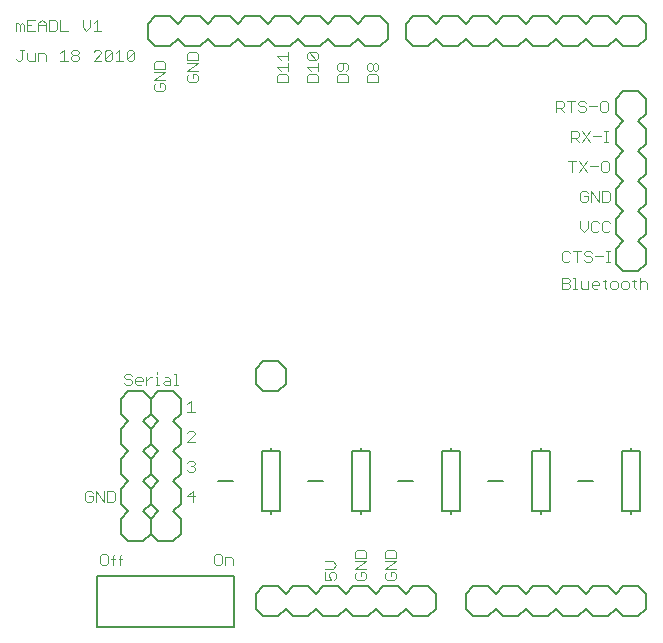
<source format=gto>
G75*
G70*
%OFA0B0*%
%FSLAX24Y24*%
%IPPOS*%
%LPD*%
%AMOC8*
5,1,8,0,0,1.08239X$1,22.5*
%
%ADD10C,0.0030*%
%ADD11C,0.0080*%
%ADD12C,0.0050*%
D10*
X009020Y005213D02*
X009081Y005152D01*
X009205Y005152D01*
X009266Y005213D01*
X009266Y005337D01*
X009143Y005337D01*
X009020Y005460D02*
X009020Y005213D01*
X009020Y005460D02*
X009081Y005522D01*
X009205Y005522D01*
X009266Y005460D01*
X009388Y005522D02*
X009635Y005152D01*
X009635Y005522D01*
X009756Y005522D02*
X009941Y005522D01*
X010003Y005460D01*
X010003Y005213D01*
X009941Y005152D01*
X009756Y005152D01*
X009756Y005522D01*
X009388Y005522D02*
X009388Y005152D01*
X009581Y003422D02*
X009520Y003360D01*
X009520Y003113D01*
X009581Y003052D01*
X009705Y003052D01*
X009766Y003113D01*
X009766Y003360D01*
X009705Y003422D01*
X009581Y003422D01*
X009888Y003237D02*
X010011Y003237D01*
X010133Y003237D02*
X010257Y003237D01*
X010195Y003360D02*
X010195Y003052D01*
X009950Y003052D02*
X009950Y003360D01*
X010011Y003422D01*
X010195Y003360D02*
X010257Y003422D01*
X012420Y005337D02*
X012666Y005337D01*
X012605Y005522D02*
X012420Y005337D01*
X012605Y005152D02*
X012605Y005522D01*
X012605Y006152D02*
X012481Y006152D01*
X012420Y006213D01*
X012543Y006337D02*
X012605Y006337D01*
X012666Y006275D01*
X012666Y006213D01*
X012605Y006152D01*
X012605Y006337D02*
X012666Y006398D01*
X012666Y006460D01*
X012605Y006522D01*
X012481Y006522D01*
X012420Y006460D01*
X012420Y007152D02*
X012666Y007398D01*
X012666Y007460D01*
X012605Y007522D01*
X012481Y007522D01*
X012420Y007460D01*
X012420Y007152D02*
X012666Y007152D01*
X012666Y008152D02*
X012420Y008152D01*
X012543Y008152D02*
X012543Y008522D01*
X012420Y008398D01*
X012100Y009052D02*
X011977Y009052D01*
X012039Y009052D02*
X012039Y009422D01*
X011977Y009422D01*
X011794Y009298D02*
X011670Y009298D01*
X011670Y009175D02*
X011855Y009175D01*
X011855Y009237D02*
X011855Y009052D01*
X011670Y009052D01*
X011609Y009113D01*
X011670Y009175D01*
X011794Y009298D02*
X011855Y009237D01*
X011486Y009052D02*
X011363Y009052D01*
X011425Y009052D02*
X011425Y009298D01*
X011363Y009298D01*
X011241Y009298D02*
X011180Y009298D01*
X011056Y009175D01*
X010935Y009175D02*
X010688Y009175D01*
X010688Y009237D02*
X010750Y009298D01*
X010873Y009298D01*
X010935Y009237D01*
X010935Y009175D01*
X010873Y009052D02*
X010750Y009052D01*
X010688Y009113D01*
X010688Y009237D01*
X010566Y009175D02*
X010566Y009113D01*
X010505Y009052D01*
X010381Y009052D01*
X010320Y009113D01*
X010381Y009237D02*
X010320Y009298D01*
X010320Y009360D01*
X010381Y009422D01*
X010505Y009422D01*
X010566Y009360D01*
X010505Y009237D02*
X010566Y009175D01*
X010505Y009237D02*
X010381Y009237D01*
X011056Y009298D02*
X011056Y009052D01*
X011425Y009422D02*
X011425Y009484D01*
X013381Y003422D02*
X013320Y003360D01*
X013320Y003113D01*
X013381Y003052D01*
X013505Y003052D01*
X013566Y003113D01*
X013566Y003360D01*
X013505Y003422D01*
X013381Y003422D01*
X013688Y003298D02*
X013873Y003298D01*
X013935Y003237D01*
X013935Y003052D01*
X013688Y003052D02*
X013688Y003298D01*
X017019Y003167D02*
X017266Y003167D01*
X017390Y003043D01*
X017266Y002920D01*
X017019Y002920D01*
X017019Y002798D02*
X017019Y002552D01*
X017204Y002552D01*
X017143Y002675D01*
X017143Y002737D01*
X017204Y002798D01*
X017328Y002798D01*
X017390Y002737D01*
X017390Y002613D01*
X017328Y002552D01*
X018019Y002613D02*
X018081Y002552D01*
X018328Y002552D01*
X018390Y002613D01*
X018390Y002737D01*
X018328Y002798D01*
X018204Y002798D01*
X018204Y002675D01*
X018081Y002798D02*
X018019Y002737D01*
X018019Y002613D01*
X018019Y002920D02*
X018390Y003167D01*
X018019Y003167D01*
X018019Y003288D02*
X018019Y003473D01*
X018081Y003535D01*
X018328Y003535D01*
X018390Y003473D01*
X018390Y003288D01*
X018019Y003288D01*
X018019Y002920D02*
X018390Y002920D01*
X019019Y002920D02*
X019390Y003167D01*
X019019Y003167D01*
X019019Y003288D02*
X019019Y003473D01*
X019081Y003535D01*
X019328Y003535D01*
X019390Y003473D01*
X019390Y003288D01*
X019019Y003288D01*
X019019Y002920D02*
X019390Y002920D01*
X019328Y002798D02*
X019204Y002798D01*
X019204Y002675D01*
X019081Y002798D02*
X019019Y002737D01*
X019019Y002613D01*
X019081Y002552D01*
X019328Y002552D01*
X019390Y002613D01*
X019390Y002737D01*
X019328Y002798D01*
X024920Y012252D02*
X025105Y012252D01*
X025166Y012313D01*
X025166Y012375D01*
X025105Y012437D01*
X024920Y012437D01*
X025105Y012437D02*
X025166Y012498D01*
X025166Y012560D01*
X025105Y012622D01*
X024920Y012622D01*
X024920Y012252D01*
X025288Y012252D02*
X025411Y012252D01*
X025350Y012252D02*
X025350Y012622D01*
X025288Y012622D01*
X025533Y012498D02*
X025533Y012313D01*
X025595Y012252D01*
X025780Y012252D01*
X025780Y012498D01*
X025902Y012437D02*
X025963Y012498D01*
X026087Y012498D01*
X026149Y012437D01*
X026149Y012375D01*
X025902Y012375D01*
X025902Y012313D02*
X025902Y012437D01*
X025902Y012313D02*
X025963Y012252D01*
X026087Y012252D01*
X026332Y012313D02*
X026393Y012252D01*
X026332Y012313D02*
X026332Y012560D01*
X026393Y012498D02*
X026270Y012498D01*
X026516Y012437D02*
X026516Y012313D01*
X026577Y012252D01*
X026701Y012252D01*
X026762Y012313D01*
X026762Y012437D01*
X026701Y012498D01*
X026577Y012498D01*
X026516Y012437D01*
X026884Y012437D02*
X026884Y012313D01*
X026946Y012252D01*
X027069Y012252D01*
X027131Y012313D01*
X027131Y012437D01*
X027069Y012498D01*
X026946Y012498D01*
X026884Y012437D01*
X027252Y012498D02*
X027376Y012498D01*
X027314Y012560D02*
X027314Y012313D01*
X027376Y012252D01*
X027498Y012252D02*
X027498Y012622D01*
X027559Y012498D02*
X027683Y012498D01*
X027744Y012437D01*
X027744Y012252D01*
X027498Y012437D02*
X027559Y012498D01*
X026516Y013152D02*
X026393Y013152D01*
X026454Y013152D02*
X026454Y013522D01*
X026393Y013522D02*
X026516Y013522D01*
X026271Y013337D02*
X026024Y013337D01*
X025903Y013275D02*
X025903Y013213D01*
X025841Y013152D01*
X025718Y013152D01*
X025656Y013213D01*
X025718Y013337D02*
X025841Y013337D01*
X025903Y013275D01*
X025903Y013460D02*
X025841Y013522D01*
X025718Y013522D01*
X025656Y013460D01*
X025656Y013398D01*
X025718Y013337D01*
X025535Y013522D02*
X025288Y013522D01*
X025411Y013522D02*
X025411Y013152D01*
X025166Y013213D02*
X025105Y013152D01*
X024981Y013152D01*
X024920Y013213D01*
X024920Y013460D01*
X024981Y013522D01*
X025105Y013522D01*
X025166Y013460D01*
X025643Y014152D02*
X025520Y014275D01*
X025520Y014522D01*
X025766Y014522D02*
X025766Y014275D01*
X025643Y014152D01*
X025888Y014213D02*
X025888Y014460D01*
X025950Y014522D01*
X026073Y014522D01*
X026135Y014460D01*
X026256Y014460D02*
X026256Y014213D01*
X026318Y014152D01*
X026441Y014152D01*
X026503Y014213D01*
X026503Y014460D02*
X026441Y014522D01*
X026318Y014522D01*
X026256Y014460D01*
X026135Y014213D02*
X026073Y014152D01*
X025950Y014152D01*
X025888Y014213D01*
X025888Y015152D02*
X025888Y015522D01*
X026135Y015152D01*
X026135Y015522D01*
X026256Y015522D02*
X026441Y015522D01*
X026503Y015460D01*
X026503Y015213D01*
X026441Y015152D01*
X026256Y015152D01*
X026256Y015522D01*
X025766Y015460D02*
X025705Y015522D01*
X025581Y015522D01*
X025520Y015460D01*
X025520Y015213D01*
X025581Y015152D01*
X025705Y015152D01*
X025766Y015213D01*
X025766Y015337D01*
X025643Y015337D01*
X025735Y016152D02*
X025488Y016522D01*
X025366Y016522D02*
X025120Y016522D01*
X025243Y016522D02*
X025243Y016152D01*
X025488Y016152D02*
X025735Y016522D01*
X025856Y016337D02*
X026103Y016337D01*
X026224Y016460D02*
X026224Y016213D01*
X026286Y016152D01*
X026410Y016152D01*
X026471Y016213D01*
X026471Y016460D01*
X026410Y016522D01*
X026286Y016522D01*
X026224Y016460D01*
X026324Y017152D02*
X026448Y017152D01*
X026386Y017152D02*
X026386Y017522D01*
X026324Y017522D02*
X026448Y017522D01*
X026203Y017337D02*
X025956Y017337D01*
X025835Y017522D02*
X025588Y017152D01*
X025466Y017152D02*
X025343Y017275D01*
X025405Y017275D02*
X025220Y017275D01*
X025220Y017152D02*
X025220Y017522D01*
X025405Y017522D01*
X025466Y017460D01*
X025466Y017337D01*
X025405Y017275D01*
X025588Y017522D02*
X025835Y017152D01*
X025641Y018152D02*
X025518Y018152D01*
X025456Y018213D01*
X025518Y018337D02*
X025641Y018337D01*
X025703Y018275D01*
X025703Y018213D01*
X025641Y018152D01*
X025518Y018337D02*
X025456Y018398D01*
X025456Y018460D01*
X025518Y018522D01*
X025641Y018522D01*
X025703Y018460D01*
X025824Y018337D02*
X026071Y018337D01*
X026193Y018460D02*
X026193Y018213D01*
X026254Y018152D01*
X026378Y018152D01*
X026440Y018213D01*
X026440Y018460D01*
X026378Y018522D01*
X026254Y018522D01*
X026193Y018460D01*
X025335Y018522D02*
X025088Y018522D01*
X025211Y018522D02*
X025211Y018152D01*
X024966Y018152D02*
X024843Y018275D01*
X024905Y018275D02*
X024720Y018275D01*
X024720Y018152D02*
X024720Y018522D01*
X024905Y018522D01*
X024966Y018460D01*
X024966Y018337D01*
X024905Y018275D01*
X018790Y019152D02*
X018790Y019337D01*
X018728Y019398D01*
X018481Y019398D01*
X018419Y019337D01*
X018419Y019152D01*
X018790Y019152D01*
X018728Y019520D02*
X018666Y019520D01*
X018604Y019582D01*
X018604Y019705D01*
X018666Y019767D01*
X018728Y019767D01*
X018790Y019705D01*
X018790Y019582D01*
X018728Y019520D01*
X018604Y019582D02*
X018543Y019520D01*
X018481Y019520D01*
X018419Y019582D01*
X018419Y019705D01*
X018481Y019767D01*
X018543Y019767D01*
X018604Y019705D01*
X017790Y019705D02*
X017790Y019582D01*
X017728Y019520D01*
X017728Y019398D02*
X017481Y019398D01*
X017419Y019337D01*
X017419Y019152D01*
X017790Y019152D01*
X017790Y019337D01*
X017728Y019398D01*
X017543Y019520D02*
X017604Y019582D01*
X017604Y019767D01*
X017481Y019767D02*
X017728Y019767D01*
X017790Y019705D01*
X017543Y019520D02*
X017481Y019520D01*
X017419Y019582D01*
X017419Y019705D01*
X017481Y019767D01*
X016790Y019767D02*
X016790Y019520D01*
X016790Y019643D02*
X016419Y019643D01*
X016543Y019520D01*
X016481Y019398D02*
X016419Y019337D01*
X016419Y019152D01*
X016790Y019152D01*
X016790Y019337D01*
X016728Y019398D01*
X016481Y019398D01*
X016481Y019888D02*
X016419Y019950D01*
X016419Y020073D01*
X016481Y020135D01*
X016728Y019888D01*
X016790Y019950D01*
X016790Y020073D01*
X016728Y020135D01*
X016481Y020135D01*
X016481Y019888D02*
X016728Y019888D01*
X015790Y019888D02*
X015790Y020135D01*
X015790Y020012D02*
X015419Y020012D01*
X015543Y019888D01*
X015790Y019767D02*
X015790Y019520D01*
X015790Y019643D02*
X015419Y019643D01*
X015543Y019520D01*
X015481Y019398D02*
X015419Y019337D01*
X015419Y019152D01*
X015790Y019152D01*
X015790Y019337D01*
X015728Y019398D01*
X015481Y019398D01*
X012790Y019337D02*
X012728Y019398D01*
X012604Y019398D01*
X012604Y019275D01*
X012481Y019398D02*
X012419Y019337D01*
X012419Y019213D01*
X012481Y019152D01*
X012728Y019152D01*
X012790Y019213D01*
X012790Y019337D01*
X012790Y019520D02*
X012419Y019520D01*
X012790Y019767D01*
X012419Y019767D01*
X012419Y019888D02*
X012419Y020073D01*
X012481Y020135D01*
X012728Y020135D01*
X012790Y020073D01*
X012790Y019888D01*
X012419Y019888D01*
X011690Y019773D02*
X011690Y019588D01*
X011319Y019588D01*
X011319Y019773D01*
X011381Y019835D01*
X011628Y019835D01*
X011690Y019773D01*
X011690Y019467D02*
X011319Y019467D01*
X011319Y019220D02*
X011690Y019467D01*
X011690Y019220D02*
X011319Y019220D01*
X011381Y019098D02*
X011319Y019037D01*
X011319Y018913D01*
X011381Y018852D01*
X011628Y018852D01*
X011690Y018913D01*
X011690Y019037D01*
X011628Y019098D01*
X011504Y019098D01*
X011504Y018975D01*
X010588Y019852D02*
X010464Y019852D01*
X010403Y019913D01*
X010649Y020160D01*
X010649Y019913D01*
X010588Y019852D01*
X010403Y019913D02*
X010403Y020160D01*
X010464Y020222D01*
X010588Y020222D01*
X010649Y020160D01*
X010281Y019852D02*
X010034Y019852D01*
X010158Y019852D02*
X010158Y020222D01*
X010034Y020098D01*
X009913Y020160D02*
X009666Y019913D01*
X009728Y019852D01*
X009851Y019852D01*
X009913Y019913D01*
X009913Y020160D01*
X009851Y020222D01*
X009728Y020222D01*
X009666Y020160D01*
X009666Y019913D01*
X009545Y019852D02*
X009298Y019852D01*
X009545Y020098D01*
X009545Y020160D01*
X009483Y020222D01*
X009359Y020222D01*
X009298Y020160D01*
X008808Y020160D02*
X008808Y020098D01*
X008746Y020037D01*
X008623Y020037D01*
X008561Y020098D01*
X008561Y020160D01*
X008623Y020222D01*
X008746Y020222D01*
X008808Y020160D01*
X008746Y020037D02*
X008808Y019975D01*
X008808Y019913D01*
X008746Y019852D01*
X008623Y019852D01*
X008561Y019913D01*
X008561Y019975D01*
X008623Y020037D01*
X008440Y019852D02*
X008193Y019852D01*
X008316Y019852D02*
X008316Y020222D01*
X008193Y020098D01*
X007703Y020037D02*
X007703Y019852D01*
X007703Y020037D02*
X007641Y020098D01*
X007456Y020098D01*
X007456Y019852D01*
X007335Y019852D02*
X007335Y020098D01*
X007088Y020098D02*
X007088Y019913D01*
X007150Y019852D01*
X007335Y019852D01*
X006905Y019913D02*
X006905Y020222D01*
X006966Y020222D02*
X006843Y020222D01*
X006905Y019913D02*
X006843Y019852D01*
X006781Y019852D01*
X006720Y019913D01*
X006720Y020852D02*
X006720Y021098D01*
X006781Y021098D01*
X006843Y021037D01*
X006905Y021098D01*
X006966Y021037D01*
X006966Y020852D01*
X007088Y020852D02*
X007335Y020852D01*
X007456Y020852D02*
X007456Y021098D01*
X007580Y021222D01*
X007703Y021098D01*
X007703Y020852D01*
X007824Y020852D02*
X008010Y020852D01*
X008071Y020913D01*
X008071Y021160D01*
X008010Y021222D01*
X007824Y021222D01*
X007824Y020852D01*
X007703Y021037D02*
X007456Y021037D01*
X007335Y021222D02*
X007088Y021222D01*
X007088Y020852D01*
X007088Y021037D02*
X007211Y021037D01*
X006843Y021037D02*
X006843Y020852D01*
X008193Y020852D02*
X008440Y020852D01*
X008193Y020852D02*
X008193Y021222D01*
X008929Y021222D02*
X008929Y020975D01*
X009053Y020852D01*
X009176Y020975D01*
X009176Y021222D01*
X009298Y021098D02*
X009421Y021222D01*
X009421Y020852D01*
X009298Y020852D02*
X009545Y020852D01*
D11*
X011105Y021087D02*
X011105Y020587D01*
X011355Y020337D01*
X011855Y020337D01*
X012105Y020587D01*
X012355Y020337D01*
X012855Y020337D01*
X013105Y020587D01*
X013355Y020337D01*
X013855Y020337D01*
X014105Y020587D01*
X014355Y020337D01*
X014855Y020337D01*
X015105Y020587D01*
X015355Y020337D01*
X015855Y020337D01*
X016105Y020587D01*
X016355Y020337D01*
X016855Y020337D01*
X017105Y020587D01*
X017355Y020337D01*
X017855Y020337D01*
X018105Y020587D01*
X018355Y020337D01*
X018855Y020337D01*
X019105Y020587D01*
X019105Y021087D01*
X018855Y021337D01*
X018355Y021337D01*
X018105Y021087D01*
X017855Y021337D01*
X017355Y021337D01*
X017105Y021087D01*
X016855Y021337D01*
X016355Y021337D01*
X016105Y021087D01*
X015855Y021337D01*
X015355Y021337D01*
X015105Y021087D01*
X014855Y021337D01*
X014355Y021337D01*
X014105Y021087D01*
X013855Y021337D01*
X013355Y021337D01*
X013105Y021087D01*
X012855Y021337D01*
X012355Y021337D01*
X012105Y021087D01*
X011855Y021337D01*
X011355Y021337D01*
X011105Y021087D01*
X019705Y021087D02*
X019705Y020587D01*
X019955Y020337D01*
X020455Y020337D01*
X020705Y020587D01*
X020955Y020337D01*
X021455Y020337D01*
X021705Y020587D01*
X021955Y020337D01*
X022455Y020337D01*
X022705Y020587D01*
X022955Y020337D01*
X023455Y020337D01*
X023705Y020587D01*
X023955Y020337D01*
X024455Y020337D01*
X024705Y020587D01*
X024955Y020337D01*
X025455Y020337D01*
X025705Y020587D01*
X025955Y020337D01*
X026455Y020337D01*
X026705Y020587D01*
X026955Y020337D01*
X027455Y020337D01*
X027705Y020587D01*
X027705Y021087D01*
X027455Y021337D01*
X026955Y021337D01*
X026705Y021087D01*
X026455Y021337D01*
X025955Y021337D01*
X025705Y021087D01*
X025455Y021337D01*
X024955Y021337D01*
X024705Y021087D01*
X024455Y021337D01*
X023955Y021337D01*
X023705Y021087D01*
X023455Y021337D01*
X022955Y021337D01*
X022705Y021087D01*
X022455Y021337D01*
X021955Y021337D01*
X021705Y021087D01*
X021455Y021337D01*
X020955Y021337D01*
X020705Y021087D01*
X020455Y021337D01*
X019955Y021337D01*
X019705Y021087D01*
X026705Y018587D02*
X026705Y018087D01*
X026955Y017837D01*
X026705Y017587D01*
X026705Y017087D01*
X026955Y016837D01*
X026705Y016587D01*
X026705Y016087D01*
X026955Y015837D01*
X026705Y015587D01*
X026705Y015087D01*
X026955Y014837D01*
X026705Y014587D01*
X026705Y014087D01*
X026955Y013837D01*
X026705Y013587D01*
X026705Y013087D01*
X026955Y012837D01*
X027455Y012837D01*
X027705Y013087D01*
X027705Y013587D01*
X027455Y013837D01*
X027705Y014087D01*
X027705Y014587D01*
X027455Y014837D01*
X027705Y015087D01*
X027705Y015587D01*
X027455Y015837D01*
X027705Y016087D01*
X027705Y016587D01*
X027455Y016837D01*
X027705Y017087D01*
X027705Y017587D01*
X027455Y017837D01*
X027705Y018087D01*
X027705Y018587D01*
X027455Y018837D01*
X026955Y018837D01*
X026705Y018587D01*
X015705Y009587D02*
X015455Y009837D01*
X014955Y009837D01*
X014705Y009587D01*
X014705Y009087D01*
X014955Y008837D01*
X015455Y008837D01*
X015705Y009087D01*
X015705Y009587D01*
X015205Y006937D02*
X015205Y006837D01*
X015505Y006837D01*
X015505Y004837D01*
X015205Y004837D01*
X015205Y004737D01*
X015205Y004837D02*
X014905Y004837D01*
X014905Y006837D01*
X015205Y006837D01*
X013955Y005837D02*
X013455Y005837D01*
X012205Y006087D02*
X011955Y005837D01*
X012205Y005587D01*
X012205Y005087D01*
X011955Y004837D01*
X012205Y004587D01*
X012205Y004087D01*
X011955Y003837D01*
X011455Y003837D01*
X011205Y004087D01*
X010955Y003837D01*
X010455Y003837D01*
X010205Y004087D01*
X010205Y004587D01*
X010455Y004837D01*
X010205Y005087D01*
X010205Y005587D01*
X010455Y005837D01*
X010205Y006087D01*
X010205Y006587D01*
X010455Y006837D01*
X010205Y007087D01*
X010205Y007587D01*
X010455Y007837D01*
X010205Y008087D01*
X010205Y008587D01*
X010455Y008837D01*
X010955Y008837D01*
X011205Y008587D01*
X011205Y008087D01*
X010955Y007837D01*
X011205Y007587D01*
X011205Y007087D01*
X010955Y006837D01*
X011205Y006587D01*
X011205Y006087D01*
X010955Y005837D01*
X011205Y005587D01*
X011205Y005087D01*
X010955Y004837D01*
X011205Y004587D01*
X011205Y004087D01*
X011205Y004587D01*
X011455Y004837D01*
X011205Y005087D01*
X011205Y005587D01*
X011455Y005837D01*
X011205Y006087D01*
X011205Y006587D01*
X011455Y006837D01*
X011205Y007087D01*
X011205Y007587D01*
X011455Y007837D01*
X011205Y008087D01*
X011205Y008587D01*
X011455Y008837D01*
X011955Y008837D01*
X012205Y008587D01*
X012205Y008087D01*
X011955Y007837D01*
X012205Y007587D01*
X012205Y007087D01*
X011955Y006837D01*
X012205Y006587D01*
X012205Y006087D01*
X016455Y005837D02*
X016955Y005837D01*
X017905Y006837D02*
X018205Y006837D01*
X018205Y006937D01*
X018205Y006837D02*
X018505Y006837D01*
X018505Y004837D01*
X018205Y004837D01*
X018205Y004737D01*
X018205Y004837D02*
X017905Y004837D01*
X017905Y006837D01*
X019455Y005837D02*
X019955Y005837D01*
X020905Y006837D02*
X021205Y006837D01*
X021205Y006937D01*
X021205Y006837D02*
X021505Y006837D01*
X021505Y004837D01*
X021205Y004837D01*
X021205Y004737D01*
X021205Y004837D02*
X020905Y004837D01*
X020905Y006837D01*
X022455Y005837D02*
X022955Y005837D01*
X023905Y006837D02*
X024205Y006837D01*
X024205Y006937D01*
X024205Y006837D02*
X024505Y006837D01*
X024505Y004837D01*
X024205Y004837D01*
X024205Y004737D01*
X024205Y004837D02*
X023905Y004837D01*
X023905Y006837D01*
X025455Y005837D02*
X025955Y005837D01*
X026905Y006837D02*
X027205Y006837D01*
X027205Y006937D01*
X027205Y006837D02*
X027505Y006837D01*
X027505Y004837D01*
X027205Y004837D01*
X027205Y004737D01*
X027205Y004837D02*
X026905Y004837D01*
X026905Y006837D01*
X026955Y002337D02*
X027455Y002337D01*
X027705Y002087D01*
X027705Y001587D01*
X027455Y001337D01*
X026955Y001337D01*
X026705Y001587D01*
X026455Y001337D01*
X025955Y001337D01*
X025705Y001587D01*
X025455Y001337D01*
X024955Y001337D01*
X024705Y001587D01*
X024455Y001337D01*
X023955Y001337D01*
X023705Y001587D01*
X023455Y001337D01*
X022955Y001337D01*
X022705Y001587D01*
X022455Y001337D01*
X021955Y001337D01*
X021705Y001587D01*
X021705Y002087D01*
X021955Y002337D01*
X022455Y002337D01*
X022705Y002087D01*
X022955Y002337D01*
X023455Y002337D01*
X023705Y002087D01*
X023955Y002337D01*
X024455Y002337D01*
X024705Y002087D01*
X024955Y002337D01*
X025455Y002337D01*
X025705Y002087D01*
X025955Y002337D01*
X026455Y002337D01*
X026705Y002087D01*
X026955Y002337D01*
X020705Y002087D02*
X020705Y001587D01*
X020455Y001337D01*
X019955Y001337D01*
X019705Y001587D01*
X019455Y001337D01*
X018955Y001337D01*
X018705Y001587D01*
X018455Y001337D01*
X017955Y001337D01*
X017705Y001587D01*
X017455Y001337D01*
X016955Y001337D01*
X016705Y001587D01*
X016455Y001337D01*
X015955Y001337D01*
X015705Y001587D01*
X015455Y001337D01*
X014955Y001337D01*
X014705Y001587D01*
X014705Y002087D01*
X014955Y002337D01*
X015455Y002337D01*
X015705Y002087D01*
X015955Y002337D01*
X016455Y002337D01*
X016705Y002087D01*
X016955Y002337D01*
X017455Y002337D01*
X017705Y002087D01*
X017955Y002337D01*
X018455Y002337D01*
X018705Y002087D01*
X018955Y002337D01*
X019455Y002337D01*
X019705Y002087D01*
X019955Y002337D01*
X020455Y002337D01*
X020705Y002087D01*
D12*
X013994Y002693D02*
X013994Y000980D01*
X009415Y000980D01*
X009415Y002693D01*
X013994Y002693D01*
M02*

</source>
